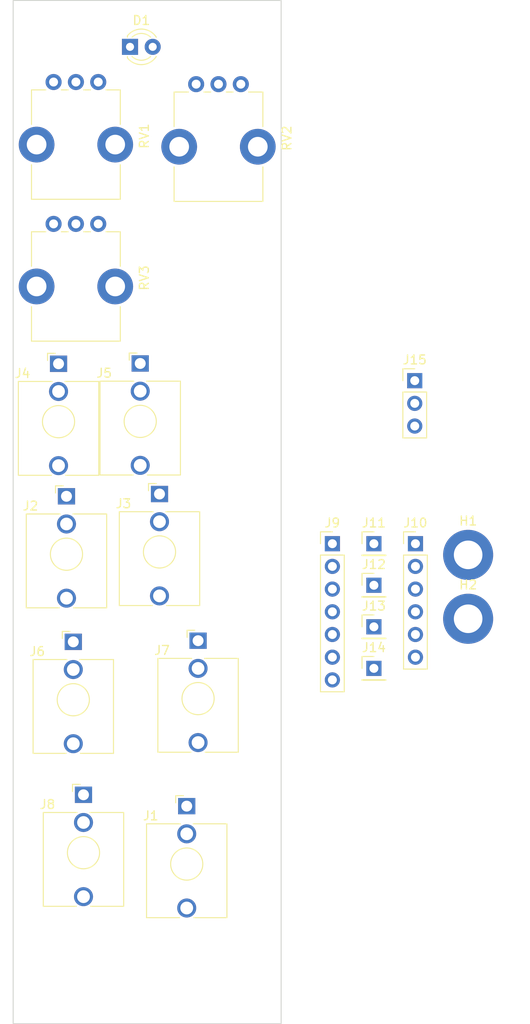
<source format=kicad_pcb>
(kicad_pcb (version 20221018) (generator pcbnew)
  (layers (0 "F.Cu" signal) (31 "B.Cu" signal) (34 "B.Paste" user) (35 "F.Paste" user) (36 "B.SilkS" user "B.Silkscreen") (37 "F.SilkS" user "F.Silkscreen") (38 "B.Mask" user) (39 "F.Mask" user) (44 "Edge.Cuts" user))
  (net 0 "")
  (net 1 "GND")
  (net 2 "CFH")
  (net 3 "CFL")
  (net 4 "FFV")
  (net 5 "CFV")
  (net 6 "CV3")
  (net 7 "CV2")
  (net 8 "CV1")
  (net 9 "RMP")
  (net 10 "PWXV")
  (net 11 "PW90")
  (net 12 "PWC")
  (net 13 "PW10")
  (net 14 "SQR")
  (net 15 "TRI")
  (net 16 "SAW")
  (net 17 "SIN")
  (net 18 "LEDA")
  (net 19 "+12V")
  (net 20 "-12V")
  (footprint "MountingHole:MountingHole_3.2mm_M3_DIN965_Pad" (layer "F.Cu") (at 50.936 76.189)
    (fp_text reference "H2" (at 0 -3.8) (layer "F.SilkS"))
    (fp_text value "MountingHole_Pad")
    (pad "1" thru_hole circle (at 0 0) (size 5.6 5.6) (drill 3.2) (layers "*.Cu" "*.Mask") (net 1 "GND"))
  )
  (footprint "MountingHole:MountingHole_3.2mm_M3_DIN965_Pad" (layer "F.Cu") (at 50.936 69.039)
    (fp_text reference "H1" (at 0 -3.8) (layer "F.SilkS"))
    (fp_text value "MountingHole_Pad")
    (pad "1" thru_hole circle (at 0 0) (size 5.6 5.6) (drill 3.2) (layers "*.Cu" "*.Mask") (net 1 "GND"))
  )
  (footprint "Library:Jack_3.5mm_QingPu_WQP-PJ398SM_Vertical_CircularHoles" (layer "F.Cu") (at 19.431 103.635)
    (fp_text reference "J1" (at -4.03 -5.4 180) (layer "F.SilkS"))
    (fp_text value "AudioJack2")
    (fp_line (start -4.5 -4.5) (end -4.5 6) (stroke (width 0.12)) (layer "F.SilkS"))
    (fp_line (start -1.23 -7.65) (end -1.23 -6.85) (stroke (width 0.12)) (layer "F.SilkS"))
    (fp_line (start -1.23 -7.65) (end -0.37 -7.65) (stroke (width 0.12)) (layer "F.SilkS"))
    (fp_line (start -0.8 6) (end -4.5 6) (stroke (width 0.12)) (layer "F.SilkS"))
    (fp_line (start -0.72 -4.5) (end -4.5 -4.5) (stroke (width 0.12)) (layer "F.SilkS"))
    (fp_line (start 4.5 -4.5) (end 0.72 -4.5) (stroke (width 0.12)) (layer "F.SilkS"))
    (fp_line (start 4.5 -4.5) (end 4.5 6) (stroke (width 0.12)) (layer "F.SilkS"))
    (fp_line (start 4.5 6) (end 0.8 6) (stroke (width 0.12)) (layer "F.SilkS"))
    (fp_circle (center 0 0) (end 1.8 0) (stroke (width 0.12)) (fill none) (layer "F.SilkS"))
    (pad "S" thru_hole rect (at 0 -6.48 180) (size 1.93 1.83) (drill 1.22) (layers "*.Cu" "*.Mask") (net 1 "GND"))
    (pad "T" thru_hole circle (at 0 4.92 180) (size 2.13 2.13) (drill 1.43) (layers "*.Cu" "*.Mask") (net 9 "RMP"))
    (pad "TN" thru_hole circle (at 0 -3.38 180) (size 2.13 2.13) (drill 1.42) (layers "*.Cu" "*.Mask"))
  )
  (footprint "Library:Jack_3.5mm_QingPu_WQP-PJ398SM_Vertical_CircularHoles" (layer "F.Cu") (at 5.08 54.135)
    (fp_text reference "J4" (at -4.03 -5.4 180) (layer "F.SilkS"))
    (fp_text value "AudioJack2")
    (fp_line (start -4.5 -4.5) (end -4.5 6) (stroke (width 0.12)) (layer "F.SilkS"))
    (fp_line (start -1.23 -7.65) (end -1.23 -6.85) (stroke (width 0.12)) (layer "F.SilkS"))
    (fp_line (start -1.23 -7.65) (end -0.37 -7.65) (stroke (width 0.12)) (layer "F.SilkS"))
    (fp_line (start -0.8 6) (end -4.5 6) (stroke (width 0.12)) (layer "F.SilkS"))
    (fp_line (start -0.72 -4.5) (end -4.5 -4.5) (stroke (width 0.12)) (layer "F.SilkS"))
    (fp_line (start 4.5 -4.5) (end 0.72 -4.5) (stroke (width 0.12)) (layer "F.SilkS"))
    (fp_line (start 4.5 -4.5) (end 4.5 6) (stroke (width 0.12)) (layer "F.SilkS"))
    (fp_line (start 4.5 6) (end 0.8 6) (stroke (width 0.12)) (layer "F.SilkS"))
    (fp_circle (center 0 0) (end 1.8 0) (stroke (width 0.12)) (fill none) (layer "F.SilkS"))
    (pad "S" thru_hole rect (at 0 -6.48 180) (size 1.93 1.83) (drill 1.22) (layers "*.Cu" "*.Mask") (net 1 "GND"))
    (pad "T" thru_hole circle (at 0 4.92 180) (size 2.13 2.13) (drill 1.43) (layers "*.Cu" "*.Mask") (net 10 "PWXV"))
    (pad "TN" thru_hole circle (at 0 -3.38 180) (size 2.13 2.13) (drill 1.42) (layers "*.Cu" "*.Mask"))
  )
  (footprint "Connector_PinHeader_2.54mm:PinHeader_1x03_P2.54mm_Vertical" (layer "F.Cu") (at 44.958 49.545)
    (fp_text reference "J15" (at 0 -2.33) (layer "F.SilkS"))
    (fp_text value "Conn_01x03")
    (fp_line (start -1.33 -1.33) (end 0 -1.33) (stroke (width 0.12)) (layer "F.SilkS"))
    (fp_line (start -1.33 0) (end -1.33 -1.33) (stroke (width 0.12)) (layer "F.SilkS"))
    (fp_line (start -1.33 1.27) (end -1.33 6.41) (stroke (width 0.12)) (layer "F.SilkS"))
    (fp_line (start -1.33 1.27) (end 1.33 1.27) (stroke (width 0.12)) (layer "F.SilkS"))
    (fp_line (start -1.33 6.41) (end 1.33 6.41) (stroke (width 0.12)) (layer "F.SilkS"))
    (fp_line (start 1.33 1.27) (end 1.33 6.41) (stroke (width 0.12)) (layer "F.SilkS"))
    (pad "1" thru_hole rect (at 0 0) (size 1.7 1.7) (drill 1) (layers "*.Cu" "*.Mask") (net 19 "+12V"))
    (pad "2" thru_hole oval (at 0 2.54) (size 1.7 1.7) (drill 1) (layers "*.Cu" "*.Mask") (net 1 "GND"))
    (pad "3" thru_hole oval (at 0 5.08) (size 1.7 1.7) (drill 1) (layers "*.Cu" "*.Mask") (net 20 "-12V"))
  )
  (footprint "Library:Jack_3.5mm_QingPu_WQP-PJ398SM_Vertical_CircularHoles" (layer "F.Cu") (at 16.383 68.71)
    (fp_text reference "J3" (at -4.03 -5.4 180) (layer "F.SilkS"))
    (fp_text value "AudioJack2")
    (fp_line (start -4.5 -4.5) (end -4.5 6) (stroke (width 0.12)) (layer "F.SilkS"))
    (fp_line (start -1.23 -7.65) (end -1.23 -6.85) (stroke (width 0.12)) (layer "F.SilkS"))
    (fp_line (start -1.23 -7.65) (end -0.37 -7.65) (stroke (width 0.12)) (layer "F.SilkS"))
    (fp_line (start -0.8 6) (end -4.5 6) (stroke (width 0.12)) (layer "F.SilkS"))
    (fp_line (start -0.72 -4.5) (end -4.5 -4.5) (stroke (width 0.12)) (layer "F.SilkS"))
    (fp_line (start 4.5 -4.5) (end 0.72 -4.5) (stroke (width 0.12)) (layer "F.SilkS"))
    (fp_line (start 4.5 -4.5) (end 4.5 6) (stroke (width 0.12)) (layer "F.SilkS"))
    (fp_line (start 4.5 6) (end 0.8 6) (stroke (width 0.12)) (layer "F.SilkS"))
    (fp_circle (center 0 0) (end 1.8 0) (stroke (width 0.12)) (fill none) (layer "F.SilkS"))
    (pad "S" thru_hole rect (at 0 -6.48 180) (size 1.93 1.83) (drill 1.22) (layers "*.Cu" "*.Mask") (net 1 "GND"))
    (pad "T" thru_hole circle (at 0 4.92 180) (size 2.13 2.13) (drill 1.43) (layers "*.Cu" "*.Mask") (net 7 "CV2"))
    (pad "TN" thru_hole circle (at 0 -3.38 180) (size 2.13 2.13) (drill 1.42) (layers "*.Cu" "*.Mask"))
  )
  (footprint "Library:Potentiometer_Bourns_PTV09A-1_Single_Vertical" (layer "F.Cu") (at 22.987 23.368)
    (fp_text reference "RV2" (at 7.65 -0.95 -90) (layer "F.SilkS"))
    (fp_text value "R_Potentiometer")
    (fp_line (start -4.97 -6.12) (end -4.97 -2.255) (stroke (width 0.12)) (layer "F.SilkS"))
    (fp_line (start -4.97 2.255) (end -4.97 6.12) (stroke (width 0.12)) (layer "F.SilkS"))
    (fp_line (start -3.37 -6.12) (end -4.97 -6.12) (stroke (width 0.12)) (layer "F.SilkS"))
    (fp_line (start -0.871 -6.12) (end -1.63 -6.12) (stroke (width 0.12)) (layer "F.SilkS"))
    (fp_line (start 1.629 -6.12) (end 0.87 -6.12) (stroke (width 0.12)) (layer "F.SilkS"))
    (fp_line (start 4.97 -6.12) (end 3.371 -6.12) (stroke (width 0.12)) (layer "F.SilkS"))
    (fp_line (start 4.97 -6.12) (end 4.97 -2.255) (stroke (width 0.12)) (layer "F.SilkS"))
    (fp_line (start 4.97 2.255) (end 4.97 6.12) (stroke (width 0.12)) (layer "F.SilkS"))
    (fp_line (start 4.97 6.12) (end -4.97 6.12) (stroke (width 0.12)) (layer "F.SilkS"))
    (pad "" np_thru_hole circle (at -4.4 0 270) (size 4 4) (drill 2.2) (layers "F&B.Cu" "*.Mask"))
    (pad "" np_thru_hole circle (at 4.4 0 270) (size 4 4) (drill 2.2) (layers "F&B.Cu" "*.Mask"))
    (pad "1" thru_hole circle (at -2.5 -7 270) (size 1.8 1.8) (drill 1) (layers "*.Cu" "*.Mask") (net 3 "CFL"))
    (pad "2" thru_hole circle (at 0 -7 270) (size 1.8 1.8) (drill 1) (layers "*.Cu" "*.Mask") (net 5 "CFV"))
    (pad "3" thru_hole circle (at 2.5 -7 270) (size 1.8 1.8) (drill 1) (layers "*.Cu" "*.Mask") (net 2 "CFH"))
  )
  (footprint "Library:Jack_3.5mm_QingPu_WQP-PJ398SM_Vertical_CircularHoles" (layer "F.Cu") (at 7.874 102.365)
    (fp_text reference "J8" (at -4.03 -5.4 180) (layer "F.SilkS"))
    (fp_text value "AudioJack2")
    (fp_line (start -4.5 -4.5) (end -4.5 6) (stroke (width 0.12)) (layer "F.SilkS"))
    (fp_line (start -1.23 -7.65) (end -1.23 -6.85) (stroke (width 0.12)) (layer "F.SilkS"))
    (fp_line (start -1.23 -7.65) (end -0.37 -7.65) (stroke (width 0.12)) (layer "F.SilkS"))
    (fp_line (start -0.8 6) (end -4.5 6) (stroke (width 0.12)) (layer "F.SilkS"))
    (fp_line (start -0.72 -4.5) (end -4.5 -4.5) (stroke (width 0.12)) (layer "F.SilkS"))
    (fp_line (start 4.5 -4.5) (end 0.72 -4.5) (stroke (width 0.12)) (layer "F.SilkS"))
    (fp_line (start 4.5 -4.5) (end 4.5 6) (stroke (width 0.12)) (layer "F.SilkS"))
    (fp_line (start 4.5 6) (end 0.8 6) (stroke (width 0.12)) (layer "F.SilkS"))
    (fp_circle (center 0 0) (end 1.8 0) (stroke (width 0.12)) (fill none) (layer "F.SilkS"))
    (pad "S" thru_hole rect (at 0 -6.48 180) (size 1.93 1.83) (drill 1.22) (layers "*.Cu" "*.Mask") (net 1 "GND"))
    (pad "T" thru_hole circle (at 0 4.92 180) (size 2.13 2.13) (drill 1.43) (layers "*.Cu" "*.Mask") (net 16 "SAW"))
    (pad "TN" thru_hole circle (at 0 -3.38 180) (size 2.13 2.13) (drill 1.42) (layers "*.Cu" "*.Mask"))
  )
  (footprint "Connector_PinHeader_2.54mm:PinHeader_1x01_P2.54mm_Vertical" (layer "F.Cu") (at 40.386 77.089)
    (fp_text reference "J13" (at 0 -2.33) (layer "F.SilkS"))
    (fp_text value "Conn_01x01")
    (fp_line (start -1.33 -1.33) (end 0 -1.33) (stroke (width 0.12)) (layer "F.SilkS"))
    (fp_line (start -1.33 0) (end -1.33 -1.33) (stroke (width 0.12)) (layer "F.SilkS"))
    (fp_line (start -1.33 1.27) (end -1.33 1.33) (stroke (width 0.12)) (layer "F.SilkS"))
    (fp_line (start -1.33 1.27) (end 1.33 1.27) (stroke (width 0.12)) (layer "F.SilkS"))
    (fp_line (start -1.33 1.33) (end 1.33 1.33) (stroke (width 0.12)) (layer "F.SilkS"))
    (fp_line (start 1.33 1.27) (end 1.33 1.33) (stroke (width 0.12)) (layer "F.SilkS"))
    (pad "1" thru_hole rect (at 0 0) (size 1.7 1.7) (drill 1) (layers "*.Cu" "*.Mask") (net 17 "SIN"))
  )
  (footprint "Connector_PinHeader_2.54mm:PinHeader_1x01_P2.54mm_Vertical" (layer "F.Cu") (at 40.386 81.739)
    (fp_text reference "J14" (at 0 -2.33) (layer "F.SilkS"))
    (fp_text value "Conn_01x01")
    (fp_line (start -1.33 -1.33) (end 0 -1.33) (stroke (width 0.12)) (layer "F.SilkS"))
    (fp_line (start -1.33 0) (end -1.33 -1.33) (stroke (width 0.12)) (layer "F.SilkS"))
    (fp_line (start -1.33 1.27) (end -1.33 1.33) (stroke (width 0.12)) (layer "F.SilkS"))
    (fp_line (start -1.33 1.27) (end 1.33 1.27) (stroke (width 0.12)) (layer "F.SilkS"))
    (fp_line (start -1.33 1.33) (end 1.33 1.33) (stroke (width 0.12)) (layer "F.SilkS"))
    (fp_line (start 1.33 1.27) (end 1.33 1.33) (stroke (width 0.12)) (layer "F.SilkS"))
    (pad "1" thru_hole rect (at 0 0) (size 1.7 1.7) (drill 1) (layers "*.Cu" "*.Mask") (net 18 "LEDA"))
  )
  (footprint "Library:Jack_3.5mm_QingPu_WQP-PJ398SM_Vertical_CircularHoles" (layer "F.Cu") (at 14.224 54.102)
    (fp_text reference "J5" (at -4.03 -5.4 180) (layer "F.SilkS"))
    (fp_text value "AudioJack2")
    (fp_line (start -4.5 -4.5) (end -4.5 6) (stroke (width 0.12)) (layer "F.SilkS"))
    (fp_line (start -1.23 -7.65) (end -1.23 -6.85) (stroke (width 0.12)) (layer "F.SilkS"))
    (fp_line (start -1.23 -7.65) (end -0.37 -7.65) (stroke (width 0.12)) (layer "F.SilkS"))
    (fp_line (start -0.8 6) (end -4.5 6) (stroke (width 0.12)) (layer "F.SilkS"))
    (fp_line (start -0.72 -4.5) (end -4.5 -4.5) (stroke (width 0.12)) (layer "F.SilkS"))
    (fp_line (start 4.5 -4.5) (end 0.72 -4.5) (stroke (width 0.12)) (layer "F.SilkS"))
    (fp_line (start 4.5 -4.5) (end 4.5 6) (stroke (width 0.12)) (layer "F.SilkS"))
    (fp_line (start 4.5 6) (end 0.8 6) (stroke (width 0.12)) (layer "F.SilkS"))
    (fp_circle (center 0 0) (end 1.8 0) (stroke (width 0.12)) (fill none) (layer "F.SilkS"))
    (pad "S" thru_hole rect (at 0 -6.48 180) (size 1.93 1.83) (drill 1.22) (layers "*.Cu" "*.Mask") (net 1 "GND"))
    (pad "T" thru_hole circle (at 0 4.92 180) (size 2.13 2.13) (drill 1.43) (layers "*.Cu" "*.Mask") (net 14 "SQR"))
    (pad "TN" thru_hole circle (at 0 -3.38 180) (size 2.13 2.13) (drill 1.42) (layers "*.Cu" "*.Mask"))
  )
  (footprint "Library:Potentiometer_Bourns_PTV09A-1_Single_Vertical" (layer "F.Cu") (at 7.025 23.129)
    (fp_text reference "RV1" (at 7.65 -0.95 -90) (layer "F.SilkS"))
    (fp_text value "R_Potentiometer")
    (fp_line (start -4.97 -6.12) (end -4.97 -2.255) (stroke (width 0.12)) (layer "F.SilkS"))
    (fp_line (start -4.97 2.255) (end -4.97 6.12) (stroke (width 0.12)) (layer "F.SilkS"))
    (fp_line (start -3.37 -6.12) (end -4.97 -6.12) (stroke (width 0.12)) (layer "F.SilkS"))
    (fp_line (start -0.871 -6.12) (end -1.63 -6.12) (stroke (width 0.12)) (layer "F.SilkS"))
    (fp_line (start 1.629 -6.12) (end 0.87 -6.12) (stroke (width 0.12)) (layer "F.SilkS"))
    (fp_line (start 4.97 -6.12) (end 3.371 -6.12) (stroke (width 0.12)) (layer "F.SilkS"))
    (fp_line (start 4.97 -6.12) (end 4.97 -2.255) (stroke (width 0.12)) (layer "F.SilkS"))
    (fp_line (start 4.97 2.255) (end 4.97 6.12) (stroke (width 0.12)) (layer "F.SilkS"))
    (fp_line (start 4.97 6.12) (end -4.97 6.12) (stroke (width 0.12)) (layer "F.SilkS"))
    (pad "" np_thru_hole circle (at -4.4 0 270) (size 4 4) (drill 2.2) (layers "F&B.Cu" "*.Mask"))
    (pad "" np_thru_hole circle (at 4.4 0 270) (size 4 4) (drill 2.2) (layers "F&B.Cu" "*.Mask"))
    (pad "1" thru_hole circle (at -2.5 -7 270) (size 1.8 1.8) (drill 1) (layers "*.Cu" "*.Mask") (net 20 "-12V"))
    (pad "2" thru_hole circle (at 0 -7 270) (size 1.8 1.8) (drill 1) (layers "*.Cu" "*.Mask") (net 4 "FFV"))
    (pad "3" thru_hole circle (at 2.5 -7 270) (size 1.8 1.8) (drill 1) (layers "*.Cu" "*.Mask") (net 19 "+12V"))
  )
  (footprint "Connector_PinHeader_2.54mm:PinHeader_1x06_P2.54mm_Vertical" (layer "F.Cu") (at 45.036 67.789)
    (fp_text reference "J10" (at 0 -2.33) (layer "F.SilkS"))
    (fp_text value "Conn_01x06")
    (fp_line (start -1.33 -1.33) (end 0 -1.33) (stroke (width 0.12)) (layer "F.SilkS"))
    (fp_line (start -1.33 0) (end -1.33 -1.33) (stroke (width 0.12)) (layer "F.SilkS"))
    (fp_line (start -1.33 1.27) (end -1.33 14.03) (stroke (width 0.12)) (layer "F.SilkS"))
    (fp_line (start -1.33 1.27) (end 1.33 1.27) (stroke (width 0.12)) (layer "F.SilkS"))
    (fp_line (start -1.33 14.03) (end 1.33 14.03) (stroke (width 0.12)) (layer "F.SilkS"))
    (fp_line (start 1.33 1.27) (end 1.33 14.03) (stroke (width 0.12)) (layer "F.SilkS"))
    (pad "1" thru_hole rect (at 0 0) (size 1.7 1.7) (drill 1) (layers "*.Cu" "*.Mask") (net 9 "RMP"))
    (pad "2" thru_hole oval (at 0 2.54) (size 1.7 1.7) (drill 1) (layers "*.Cu" "*.Mask") (net 10 "PWXV"))
    (pad "3" thru_hole oval (at 0 5.08) (size 1.7 1.7) (drill 1) (layers "*.Cu" "*.Mask") (net 11 "PW90"))
    (pad "4" thru_hole oval (at 0 7.62) (size 1.7 1.7) (drill 1) (layers "*.Cu" "*.Mask") (net 12 "PWC"))
    (pad "5" thru_hole oval (at 0 10.16) (size 1.7 1.7) (drill 1) (layers "*.Cu" "*.Mask") (net 13 "PW10"))
    (pad "6" thru_hole oval (at 0 12.7) (size 1.7 1.7) (drill 1) (layers "*.Cu" "*.Mask") (net 14 "SQR"))
  )
  (footprint "Library:Jack_3.5mm_QingPu_WQP-PJ398SM_Vertical_CircularHoles" (layer "F.Cu") (at 6.731 85.25)
    (fp_text reference "J6" (at -4.03 -5.4 180) (layer "F.SilkS"))
    (fp_text value "AudioJack2")
    (fp_line (start -4.5 -4.5) (end -4.5 6) (stroke (width 0.12)) (layer "F.SilkS"))
    (fp_line (start -1.23 -7.65) (end -1.23 -6.85) (stroke (width 0.12)) (layer "F.SilkS"))
    (fp_line (start -1.23 -7.65) (end -0.37 -7.65) (stroke (width 0.12)) (layer "F.SilkS"))
    (fp_line (start -0.8 6) (end -4.5 6) (stroke (width 0.12)) (layer "F.SilkS"))
    (fp_line (start -0.72 -4.5) (end -4.5 -4.5) (stroke (width 0.12)) (layer "F.SilkS"))
    (fp_line (start 4.5 -4.5) (end 0.72 -4.5) (stroke (width 0.12)) (layer "F.SilkS"))
    (fp_line (start 4.5 -4.5) (end 4.5 6) (stroke (width 0.12)) (layer "F.SilkS"))
    (fp_line (start 4.5 6) (end 0.8 6) (stroke (width 0.12)) (layer "F.SilkS"))
    (fp_circle (center 0 0) (end 1.8 0) (stroke (width 0.12)) (fill none) (layer "F.SilkS"))
    (pad "S" thru_hole rect (at 0 -6.48 180) (size 1.93 1.83) (drill 1.22) (layers "*.Cu" "*.Mask") (net 1 "GND"))
    (pad "T" thru_hole circle (at 0 4.92 180) (size 2.13 2.13) (drill 1.43) (layers "*.Cu" "*.Mask") (net 15 "TRI"))
    (pad "TN" thru_hole circle (at 0 -3.38 180) (size 2.13 2.13) (drill 1.42) (layers "*.Cu" "*.Mask"))
  )
  (footprint "Library:Jack_3.5mm_QingPu_WQP-PJ398SM_Vertical_CircularHoles" (layer "F.Cu") (at 20.701 85.123)
    (fp_text reference "J7" (at -4.03 -5.4 180) (layer "F.SilkS"))
    (fp_text value "AudioJack2")
    (fp_line (start -4.5 -4.5) (end -4.5 6) (stroke (width 0.12)) (layer "F.SilkS"))
    (fp_line (start -1.23 -7.65) (end -1.23 -6.85) (stroke (width 0.12)) (layer "F.SilkS"))
    (fp_line (start -1.23 -7.65) (end -0.37 -7.65) (stroke (width 0.12)) (layer "F.SilkS"))
    (fp_line (start -0.8 6) (end -4.5 6) (stroke (width 0.12)) (layer "F.SilkS"))
    (fp_line (start -0.72 -4.5) (end -4.5 -4.5) (stroke (width 0.12)) (layer "F.SilkS"))
    (fp_line (start 4.5 -4.5) (end 0.72 -4.5) (stroke (width 0.12)) (layer "F.SilkS"))
    (fp_line (start 4.5 -4.5) (end 4.5 6) (stroke (width 0.12)) (layer "F.SilkS"))
    (fp_line (start 4.5 6) (end 0.8 6) (stroke (width 0.12)) (layer "F.SilkS"))
    (fp_circle (center 0 0) (end 1.8 0) (stroke (width 0.12)) (fill none) (layer "F.SilkS"))
    (pad "S" thru_hole rect (at 0 -6.48 180) (size 1.93 1.83) (drill 1.22) (layers "*.Cu" "*.Mask") (net 1 "GND"))
    (pad "T" thru_hole circle (at 0 4.92 180) (size 2.13 2.13) (drill 1.43) (layers "*.Cu" "*.Mask") (net 17 "SIN"))
    (pad "TN" thru_hole circle (at 0 -3.38 180) (size 2.13 2.13) (drill 1.42) (layers "*.Cu" "*.Mask"))
  )
  (footprint "Connector_PinHeader_2.54mm:PinHeader_1x01_P2.54mm_Vertical" (layer "F.Cu") (at 40.386 67.789)
    (fp_text reference "J11" (at 0 -2.33) (layer "F.SilkS"))
    (fp_text value "Conn_01x01")
    (fp_line (start -1.33 -1.33) (end 0 -1.33) (stroke (width 0.12)) (layer "F.SilkS"))
    (fp_line (start -1.33 0) (end -1.33 -1.33) (stroke (width 0.12)) (layer "F.SilkS"))
    (fp_line (start -1.33 1.27) (end -1.33 1.33) (stroke (width 0.12)) (layer "F.SilkS"))
    (fp_line (start -1.33 1.27) (end 1.33 1.27) (stroke (width 0.12)) (layer "F.SilkS"))
    (fp_line (start -1.33 1.33) (end 1.33 1.33) (stroke (width 0.12)) (layer "F.SilkS"))
    (fp_line (start 1.33 1.27) (end 1.33 1.33) (stroke (width 0.12)) (layer "F.SilkS"))
    (pad "1" thru_hole rect (at 0 0) (size 1.7 1.7) (drill 1) (layers "*.Cu" "*.Mask") (net 15 "TRI"))
  )
  (footprint "LED_THT:LED_D3.0mm" (layer "F.Cu") (at 13.081 12.192)
    (fp_text reference "D1" (at 1.27 -2.96) (layer "F.SilkS"))
    (fp_text value "LED")
    (fp_line (start -0.29 -1.236) (end -0.29 -1.08) (stroke (width 0.12)) (layer "F.SilkS"))
    (fp_line (start -0.29 1.08) (end -0.29 1.236) (stroke (width 0.12)) (layer "F.SilkS"))
    (fp_arc (start -0.29 -1.235516) (mid 1.366487 -1.987659) (end 2.942335 -1.078608) (stroke (width 0.12)) (layer "F.SilkS"))
    (fp_arc (start 0.229039 -1.08) (mid 1.270117 -1.5) (end 2.31113 -1.079837) (stroke (width 0.12)) (layer "F.SilkS"))
    (fp_arc (start 2.31113 1.079837) (mid 1.270117 1.5) (end 0.229039 1.08) (stroke (width 0.12)) (layer "F.SilkS"))
    (fp_arc (start 2.942335 1.078608) (mid 1.366487 1.987659) (end -0.29 1.235516) (stroke (width 0.12)) (layer "F.SilkS"))
    (pad "1" thru_hole rect (at 0 0) (size 1.8 1.8) (drill 0.9) (layers "*.Cu" "*.Mask") (net 18 "LEDA"))
    (pad "2" thru_hole circle (at 2.54 0) (size 1.8 1.8) (drill 0.9) (layers "*.Cu" "*.Mask") (net 1 "GND"))
  )
  (footprint "Connector_PinHeader_2.54mm:PinHeader_1x01_P2.54mm_Vertical" (layer "F.Cu") (at 40.386 72.439)
    (fp_text reference "J12" (at 0 -2.33) (layer "F.SilkS"))
    (fp_text value "Conn_01x01")
    (fp_line (start -1.33 -1.33) (end 0 -1.33) (stroke (width 0.12)) (layer "F.SilkS"))
    (fp_line (start -1.33 0) (end -1.33 -1.33) (stroke (width 0.12)) (layer "F.SilkS"))
    (fp_line (start -1.33 1.27) (end -1.33 1.33) (stroke (width 0.12)) (layer "F.SilkS"))
    (fp_line (start -1.33 1.27) (end 1.33 1.27) (stroke (width 0.12)) (layer "F.SilkS"))
    (fp_line (start -1.33 1.33) (end 1.33 1.33) (stroke (width 0.12)) (layer "F.SilkS"))
    (fp_line (start 1.33 1.27) (end 1.33 1.33) (stroke (width 0.12)) (layer "F.SilkS"))
    (pad "1" thru_hole rect (at 0 0) (size 1.7 1.7) (drill 1) (layers "*.Cu" "*.Mask") (net 16 "SAW"))
  )
  (footprint "Connector_PinHeader_2.54mm:PinHeader_1x07_P2.54mm_Vertical" (layer "F.Cu") (at 35.736 67.789)
    (fp_text reference "J9" (at 0 -2.33) (layer "F.SilkS"))
    (fp_text value "Conn_01x06")
    (fp_line (start -1.33 -1.33) (end 0 -1.33) (stroke (width 0.12)) (layer "F.SilkS"))
    (fp_line (start -1.33 0) (end -1.33 -1.33) (stroke (width 0.12)) (layer "F.SilkS"))
    (fp_line (start -1.33 1.27) (end -1.33 16.57) (stroke (width 0.12)) (layer "F.SilkS"))
    (fp_line (start -1.33 1.27) (end 1.33 1.27) (stroke (width 0.12)) (layer "F.SilkS"))
    (fp_line (start -1.33 16.57) (end 1.33 16.57) (stroke (width 0.12)) (layer "F.SilkS"))
    (fp_line (start 1.33 1.27) (end 1.33 16.57) (stroke (width 0.12)) (layer "F.SilkS"))
    (pad "1" thru_hole rect (at 0 0) (size 1.7 1.7) (drill 1) (layers "*.Cu" "*.Mask") (net 2 "CFH"))
    (pad "2" thru_hole oval (at 0 2.54) (size 1.7 1.7) (drill 1) (layers "*.Cu" "*.Mask") (net 3 "CFL"))
    (pad "3" thru_hole oval (at 0 5.08) (size 1.7 1.7) (drill 1) (layers "*.Cu" "*.Mask") (net 4 "FFV"))
    (pad "4" thru_hole oval (at 0 7.62) (size 1.7 1.7) (drill 1) (layers "*.Cu" "*.Mask") (net 5 "CFV"))
    (pad "5" thru_hole oval (at 0 10.16) (size 1.7 1.7) (drill 1) (layers "*.Cu" "*.Mask") (net 6 "CV3"))
    (pad "6" thru_hole oval (at 0 12.7) (size 1.7 1.7) (drill 1) (layers "*.Cu" "*.Mask") (net 7 "CV2"))
    (pad "7" thru_hole oval (at 0 15.24) (size 1.7 1.7) (drill 1) (layers "*.Cu" "*.Mask") (net 8 "CV1"))
  )
  (footprint "Library:Potentiometer_Bourns_PTV09A-1_Single_Vertical" (layer "F.Cu") (at 7.025 39.004)
    (fp_text reference "RV3" (at 7.65 -0.95 -90) (layer "F.SilkS"))
    (fp_text value "R_Potentiometer")
    (fp_line (start -4.97 -6.12) (end -4.97 -2.255) (stroke (width 0.12)) (layer "F.SilkS"))
    (fp_line (start -4.97 2.255) (end -4.97 6.12) (stroke (width 0.12)) (layer "F.SilkS"))
    (fp_line (start -3.37 -6.12) (end -4.97 -6.12) (stroke (width 0.12)) (layer "F.SilkS"))
    (fp_line (start -0.871 -6.12) (end -1.63 -6.12) (stroke (width 0.12)) (layer "F.SilkS"))
    (fp_line (start 1.629 -6.12) (end 0.87 -6.12) (stroke (width 0.12)) (layer "F.SilkS"))
    (fp_line (start 4.97 -6.12) (end 3.371 -6.12) (stroke (width 0.12)) (layer "F.SilkS"))
    (fp_line (start 4.97 -6.12) (end 4.97 -2.255) (stroke (width 0.12)) (layer "F.SilkS"))
    (fp_line (start 4.97 2.255) (end 4.97 6.12) (stroke (width 0.12)) (layer "F.SilkS"))
    (fp_line (start 4.97 6.12) (end -4.97 6.12) (stroke (width 0.12)) (layer "F.SilkS"))
    (pad "" np_thru_hole circle (at -4.4 0 270) (size 4 4) (drill 2.2) (layers "F&B.Cu" "*.Mask"))
    (pad "" np_thru_hole circle (at 4.4 0 270) (size 4 4) (drill 2.2) (layers "F&B.Cu" "*.Mask"))
    (pad "1" thru_hole circle (at -2.5 -7 270) (size 1.8 1.8) (drill 1) (layers "*.Cu" "*.Mask") (net 13 "PW10"))
    (pad "2" thru_hole circle (at 0 -7 270) (size 1.8 1.8) (drill 1) (layers "*.Cu" "*.Mask") (net 12 "PWC"))
    (pad "3" thru_hole circle (at 2.5 -7 270) (size 1.8 1.8) (drill 1) (layers "*.Cu" "*.Mask") (net 11 "PW90"))
  )
  (footprint "Library:Jack_3.5mm_QingPu_WQP-PJ398SM_Vertical_CircularHoles" (layer "F.Cu") (at 5.969 68.964)
    (fp_text reference "J2" (at -4.03 -5.4 180) (layer "F.SilkS"))
    (fp_text value "AudioJack2")
    (fp_line (start -4.5 -4.5) (end -4.5 6) (stroke (width 0.12)) (layer "F.SilkS"))
    (fp_line (start -1.23 -7.65) (end -1.23 -6.85) (stroke (width 0.12)) (layer "F.SilkS"))
    (fp_line (start -1.23 -7.65) (end -0.37 -7.65) (stroke (width 0.12)) (layer "F.SilkS"))
    (fp_line (start -0.8 6) (end -4.5 6) (stroke (width 0.12)) (layer "F.SilkS"))
    (fp_line (start -0.72 -4.5) (end -4.5 -4.5) (stroke (width 0.12)) (layer "F.SilkS"))
    (fp_line (start 4.5 -4.5) (end 0.72 -4.5) (stroke (width 0.12)) (layer "F.SilkS"))
    (fp_line (start 4.5 -4.5) (end 4.5 6) (stroke (width 0.12)) (layer "F.SilkS"))
    (fp_line (start 4.5 6) (end 0.8 6) (stroke (width 0.12)) (layer "F.SilkS"))
    (fp_circle (center 0 0) (end 1.8 0) (stroke (width 0.12)) (fill none) (layer "F.SilkS"))
    (pad "S" thru_hole rect (at 0 -6.48 180) (size 1.93 1.83) (drill 1.22) (layers "*.Cu" "*.Mask") (net 1 "GND"))
    (pad "T" thru_hole circle (at 0 4.92 180) (size 2.13 2.13) (drill 1.43) (layers "*.Cu" "*.Mask") (net 8 "CV1"))
    (pad "TN" thru_hole circle (at 0 -3.38 180) (size 2.13 2.13) (drill 1.42) (layers "*.Cu" "*.Mask"))
  )
  (gr_rect (start 0 7) (end 30 121.5) (stroke (width 0.1)) (fill none) (layer "Edge.Cuts"))
)
</source>
